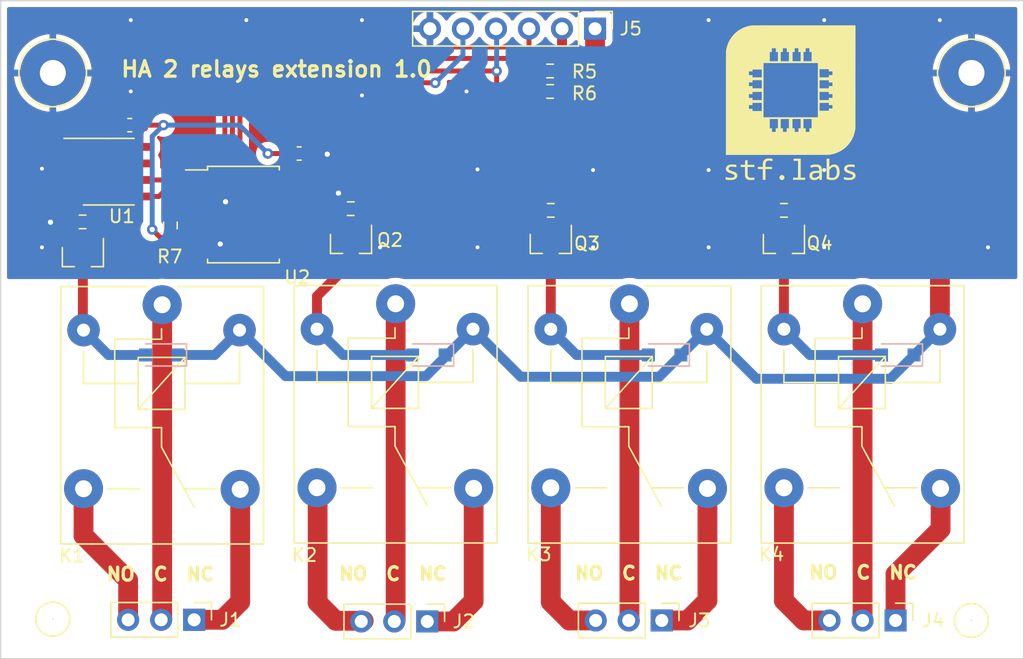
<source format=kicad_pcb>
(kicad_pcb (version 20221018) (generator pcbnew)
  (title_block (title "Four relays extension board") (date "2024-06-05") (rev "1.0") (company "stf.labs"))
  (layers (0 "F.Cu" signal) (31 "B.Cu" signal) (34 "B.Paste" user) (35 "F.Paste" user) (36 "B.SilkS" user "B.Silkscreen") (37 "F.SilkS" user "F.Silkscreen") (38 "B.Mask" user) (39 "F.Mask" user) (44 "Edge.Cuts" user))
  (net 0 "")
  (net 1 "Net-(Q2-G)")
  (net 2 "GND")
  (net 3 "Net-(D2-A)")
  (net 4 "Net-(Q1-G)")
  (net 5 "Net-(D1-A)")
  (net 6 "/I2C_SCL")
  (net 7 "/I2C_SDA")
  (net 8 "Net-(U2-A2)")
  (net 10 "/EXT_GPIO")
  (net 13 "Net-(Q4-G)")
  (net 14 "Net-(D4-A)")
  (net 18 "/WRITE_PROTECT")
  (net 19 "+3.3V")
  (net 23 "Net-(K1-C)")
  (net 24 "Net-(K1-NO)")
  (net 25 "Net-(K1-NC)")
  (net 26 "+12V")
  (net 27 "Net-(K2-C)")
  (net 28 "Net-(K2-NO)")
  (net 29 "Net-(K2-NC)")
  (net 30 "Net-(Q3-G)")
  (net 31 "Net-(D3-A)")
  (net 32 "Net-(K4-C)")
  (net 33 "Net-(K4-NO)")
  (net 34 "Net-(K4-NC)")
  (net 35 "Net-(K3-C)")
  (net 36 "Net-(K3-NO)")
  (net 37 "Net-(K3-NC)")
  (footprint "p_Package_Resistor_SMD:R_0603_1608Metric_Pad0.98x0.95mm_HandSolder" (layer "F.Cu") (at 115.0112 68.2244 -90)
    (fp_text reference "R7" (at 2.3876 0.0508) (layer "F.SilkS"))
    (fp_text value "10k" hide)
    (pad "1" smd roundrect (at -0.9125 0 270) (size 0.975 0.95) (layers "F.Cu" "F.Paste" "F.Mask") (net 8 "Net-(U2-A2)"))
    (pad "2" smd roundrect (at 0.9125 0 270) (size 0.975 0.95) (layers "F.Cu" "F.Paste" "F.Mask") (net 19 "+3.3V"))
  )
  (footprint "p_Package_Resistor_SMD:R_0603_1608Metric_Pad0.98x0.95mm_HandSolder" (layer "F.Cu") (at 144.2212 57.912 180)
    (fp_text reference "R6" (at -2.6435 -0.1524) (layer "F.SilkS"))
    (fp_text value "DNP" hide)
    (pad "1" smd roundrect (at -0.9125 0 180) (size 0.975 0.95) (layers "F.Cu" "F.Paste" "F.Mask") (net 19 "+3.3V"))
    (pad "2" smd roundrect (at 0.9125 0 180) (size 0.975 0.95) (layers "F.Cu" "F.Paste" "F.Mask") (net 7 "/I2C_SDA"))
  )
  (footprint "p_Package_Resistor_SMD:R_0603_1608Metric_Pad0.98x0.95mm_HandSolder" (layer "F.Cu") (at 144.2739 67.056 180)
    (fp_text reference "R3" hide)
    (fp_text value "1M" hide)
    (pad "1" smd roundrect (at -0.9125 0 180) (size 0.975 0.95) (layers "F.Cu" "F.Paste" "F.Mask") (net 30 "Net-(Q3-G)"))
    (pad "2" smd roundrect (at 0.9125 0 180) (size 0.975 0.95) (layers "F.Cu" "F.Paste" "F.Mask") (net 2 "GND"))
  )
  (footprint "p_Package_Resistor_SMD:R_0603_1608Metric_Pad0.98x0.95mm_HandSolder" (layer "F.Cu") (at 108.2567 67.945 180)
    (fp_text reference "R1" hide)
    (fp_text value "1M" hide)
    (pad "1" smd roundrect (at -0.9125 0 180) (size 0.975 0.95) (layers "F.Cu" "F.Paste" "F.Mask") (net 4 "Net-(Q1-G)"))
    (pad "2" smd roundrect (at 0.9125 0 180) (size 0.975 0.95) (layers "F.Cu" "F.Paste" "F.Mask") (net 2 "GND"))
  )
  (footprint "p_Package_Misc:Relay_SPDT_Type1" (layer "F.Cu") (at 150.322 74.25 -90)
    (fp_text reference "K3" (at 19.2728 6.9644 -180) (layer "F.SilkS"))
    (fp_text value "Relay SPDT_Type1" hide)
    (pad "1" thru_hole circle (at 0 0) (size 3 3) (drill 1.3) (layers "*.Cu" "*.Mask") (net 35 "Net-(K3-C)"))
    (pad "2" thru_hole circle (at 1.95 6.05) (size 2.5 2.5) (drill 1) (layers "*.Cu" "*.Mask") (net 31 "Net-(D3-A)"))
    (pad "3" thru_hole circle (at 14.15 6.05) (size 3 3) (drill 1.3) (layers "*.Cu" "*.Mask") (net 36 "Net-(K3-NO)"))
    (pad "4" thru_hole circle (at 14.2 -6) (size 3 3) (drill 1.3) (layers "*.Cu" "*.Mask") (net 37 "Net-(K3-NC)"))
    (pad "5" thru_hole circle (at 1.95 -5.95) (size 2.5 2.5) (drill 1) (layers "*.Cu" "*.Mask") (net 26 "+12V"))
  )
  (footprint "p_Package_Misc:Drill_hole_5mm" (layer "F.Cu") (at 176.6316 56.4896)
    (fp_text reference "H4" hide)
    (fp_text value "drill_hole_5mm" hide)
    (pad "1" thru_hole oval (at 0 0) (size 5 5) (drill 2) (layers "*.Cu" "*.Mask") (net 2 "GND"))
  )
  (footprint "p_Package_Misc:PinHeader_1x03_P2.54mm_Vertical" (layer "F.Cu") (at 134.7724 98.679 -90)
    (fp_text reference "J2" (at 0 -2.809) (layer "F.SilkS"))
    (fp_text value "Conn_HE13_1x3_2.54V" hide)
    (pad "1" thru_hole rect (at 0 0 270) (size 1.7 1.7) (drill 1) (layers "*.Cu" "*.Mask") (net 29 "Net-(K2-NC)"))
    (pad "2" thru_hole oval (at 0 2.54 270) (size 1.7 1.7) (drill 1) (layers "*.Cu" "*.Mask") (net 27 "Net-(K2-C)"))
    (pad "3" thru_hole oval (at 0 5.08 270) (size 1.7 1.7) (drill 1) (layers "*.Cu" "*.Mask") (net 28 "Net-(K2-NO)"))
  )
  (footprint "p_Package_SO:SOIC-8_3.9x4.9mm_P1.27mm" (layer "F.Cu") (at 110.2756 64.0842)
    (fp_text reference "U1" (at 1.0018 3.429) (layer "F.SilkS"))
    (fp_text value "AT24C16D-SS" hide)
    (pad "1" smd roundrect (at -2.475 -1.905) (size 1.95 0.6) (layers "F.Cu" "F.Paste" "F.Mask"))
    (pad "2" smd roundrect (at -2.475 -0.635) (size 1.95 0.6) (layers "F.Cu" "F.Paste" "F.Mask"))
    (pad "3" smd roundrect (at -2.475 0.635) (size 1.95 0.6) (layers "F.Cu" "F.Paste" "F.Mask"))
    (pad "4" smd roundrect (at -2.475 1.905) (size 1.95 0.6) (layers "F.Cu" "F.Paste" "F.Mask") (net 2 "GND"))
    (pad "5" smd roundrect (at 2.475 1.905) (size 1.95 0.6) (layers "F.Cu" "F.Paste" "F.Mask") (net 7 "/I2C_SDA"))
    (pad "6" smd roundrect (at 2.475 0.635) (size 1.95 0.6) (layers "F.Cu" "F.Paste" "F.Mask") (net 6 "/I2C_SCL"))
    (pad "7" smd roundrect (at 2.475 -0.635) (size 1.95 0.6) (layers "F.Cu" "F.Paste" "F.Mask") (net 18 "/WRITE_PROTECT"))
    (pad "8" smd roundrect (at 2.475 -1.905) (size 1.95 0.6) (layers "F.Cu" "F.Paste" "F.Mask") (net 19 "+3.3V"))
  )
  (footprint "p_Package_Misc:Relay_SPDT_Type1" (layer "F.Cu") (at 114.381 74.319 -90)
    (fp_text reference "K1" (at 19.3054 6.939) (layer "F.SilkS"))
    (fp_text value "Relay SPDT_Type1" hide)
    (pad "1" thru_hole circle (at 0 0) (size 3 3) (drill 1.3) (layers "*.Cu" "*.Mask") (net 23 "Net-(K1-C)"))
    (pad "2" thru_hole circle (at 1.95 6.05) (size 2.5 2.5) (drill 1) (layers "*.Cu" "*.Mask") (net 5 "Net-(D1-A)"))
    (pad "3" thru_hole circle (at 14.15 6.05) (size 3 3) (drill 1.3) (layers "*.Cu" "*.Mask") (net 24 "Net-(K1-NO)"))
    (pad "4" thru_hole circle (at 14.2 -6) (size 3 3) (drill 1.3) (layers "*.Cu" "*.Mask") (net 25 "Net-(K1-NC)"))
    (pad "5" thru_hole circle (at 1.95 -5.95) (size 2.5 2.5) (drill 1) (layers "*.Cu" "*.Mask") (net 26 "+12V"))
  )
  (footprint "p_Package_Capacitor_SMD:C_0603_1608Metric_Pad1.08x0.95mm_HandSolder" (layer "F.Cu") (at 124.9183 62.6872)
    (fp_text reference "C2" hide)
    (fp_text value "100n" hide)
    (pad "1" smd roundrect (at -0.8625 0) (size 1.075 0.95) (layers "F.Cu" "F.Paste" "F.Mask") (net 19 "+3.3V"))
    (pad "2" smd roundrect (at 0.8625 0) (size 1.075 0.95) (layers "F.Cu" "F.Paste" "F.Mask") (net 2 "GND"))
  )
  (footprint "p_Package_Misc:Relay_SPDT_Type1" (layer "F.Cu") (at 168.2544 74.25 -90)
    (fp_text reference "K4" (at 19.2728 7.0152 -180) (layer "F.SilkS"))
    (fp_text value "Relay SPDT_Type1" hide)
    (pad "1" thru_hole circle (at 0 0) (size 3 3) (drill 1.3) (layers "*.Cu" "*.Mask") (net 32 "Net-(K4-C)"))
    (pad "2" thru_hole circle (at 1.95 6.05) (size 2.5 2.5) (drill 1) (layers "*.Cu" "*.Mask") (net 14 "Net-(D4-A)"))
    (pad "3" thru_hole circle (at 14.15 6.05) (size 3 3) (drill 1.3) (layers "*.Cu" "*.Mask") (net 33 "Net-(K4-NO)"))
    (pad "4" thru_hole circle (at 14.2 -6) (size 3 3) (drill 1.3) (layers "*.Cu" "*.Mask") (net 34 "Net-(K4-NC)"))
    (pad "5" thru_hole circle (at 1.95 -5.95) (size 2.5 2.5) (drill 1) (layers "*.Cu" "*.Mask") (net 26 "+12V"))
  )
  (footprint "p_Package_SOT:SOT-23" (layer "F.Cu") (at 108.2802 70.628 -90)
    (fp_text reference "Q1" hide)
    (fp_text value "BSS138LT3G" hide)
    (pad "1" smd rect (at -1 -0.95 270) (size 0.9 0.8) (layers "F.Cu" "F.Paste" "F.Mask") (net 4 "Net-(Q1-G)"))
    (pad "2" smd rect (at -1 0.95 270) (size 0.9 0.8) (layers "F.Cu" "F.Paste" "F.Mask") (net 2 "GND"))
    (pad "3" smd rect (at 1 0 270) (size 0.9 0.8) (layers "F.Cu" "F.Paste" "F.Mask") (net 5 "Net-(D1-A)"))
  )
  (footprint "p_Package_Capacitor_SMD:C_0603_1608Metric_Pad1.08x0.95mm_HandSolder" (layer "F.Cu") (at 111.8859 60.5028 180)
    (fp_text reference "C1" hide)
    (fp_text value "100n" hide)
    (pad "1" smd roundrect (at -0.8625 0 180) (size 1.075 0.95) (layers "F.Cu" "F.Paste" "F.Mask") (net 19 "+3.3V"))
    (pad "2" smd roundrect (at 0.8625 0 180) (size 1.075 0.95) (layers "F.Cu" "F.Paste" "F.Mask") (net 2 "GND"))
  )
  (footprint "p_Package_Misc:Drill_hole_2mm_nocu" (layer "F.Cu") (at 105.9688 98.5012)
    (fp_text reference "H1" hide)
    (fp_text value "drill_hole_2mm_nocu" hide)
    (pad "1" thru_hole oval (at 0 0) (size 0.1 0.1) (drill 2) (layers "*.Cu" "*.Mask"))
  )
  (footprint "p_Package_SOT:SOT-23" (layer "F.Cu") (at 144.272 69.612 -90)
    (fp_text reference "Q3" (at 0 -2.794 -180) (layer "F.SilkS"))
    (fp_text value "BSS138LT3G" hide)
    (pad "1" smd rect (at -1 -0.95 270) (size 0.9 0.8) (layers "F.Cu" "F.Paste" "F.Mask") (net 30 "Net-(Q3-G)"))
    (pad "2" smd rect (at -1 0.95 270) (size 0.9 0.8) (layers "F.Cu" "F.Paste" "F.Mask") (net 2 "GND"))
    (pad "3" smd rect (at 1 0 270) (size 0.9 0.8) (layers "F.Cu" "F.Paste" "F.Mask") (net 31 "Net-(D3-A)"))
  )
  (footprint "p_Package_Misc:PinHeader_1x06_P2.54mm_Vertical" (layer "F.Cu") (at 147.6756 53.086 -90)
    (fp_text reference "J5" (at 0 -2.7432 -180) (layer "F.SilkS"))
    (fp_text value "Conn_HE13_1x6_2.54V" hide)
    (pad "1" thru_hole rect (at 0 0 270) (size 1.7 1.7) (drill 1) (layers "*.Cu" "*.Mask") (net 26 "+12V"))
    (pad "2" thru_hole oval (at 0 2.54 270) (size 1.7 1.7) (drill 1) (layers "*.Cu" "*.Mask") (net 19 "+3.3V"))
    (pad "3" thru_hole oval (at 0 5.08 270) (size 1.7 1.7) (drill 1) (layers "*.Cu" "*.Mask") (net 6 "/I2C_SCL"))
    (pad "4" thru_hole oval (at 0 7.62 270) (size 1.7 1.7) (drill 1) (layers "*.Cu" "*.Mask") (net 7 "/I2C_SDA"))
    (pad "5" thru_hole oval (at 0 10.16 270) (size 1.7 1.7) (drill 1) (layers "*.Cu" "*.Mask") (net 10 "/EXT_GPIO"))
    (pad "6" thru_hole oval (at 0 12.7 270) (size 1.7 1.7) (drill 1) (layers "*.Cu" "*.Mask") (net 2 "GND"))
  )
  (footprint "p_Package_Misc:Relay_SPDT_Type1" (layer "F.Cu") (at 132.3388 74.242 -90)
    (fp_text reference "K2" (at 19.3316 7.0152) (layer "F.SilkS"))
    (fp_text value "Relay SPDT_Type1" hide)
    (pad "1" thru_hole circle (at 0 0) (size 3 3) (drill 1.3) (layers "*.Cu" "*.Mask") (net 27 "Net-(K2-C)"))
    (pad "2" thru_hole circle (at 1.95 6.05) (size 2.5 2.5) (drill 1) (layers "*.Cu" "*.Mask") (net 3 "Net-(D2-A)"))
    (pad "3" thru_hole circle (at 14.15 6.05) (size 3 3) (drill 1.3) (layers "*.Cu" "*.Mask") (net 28 "Net-(K2-NO)"))
    (pad "4" thru_hole circle (at 14.2 -6) (size 3 3) (drill 1.3) (layers "*.Cu" "*.Mask") (net 29 "Net-(K2-NC)"))
    (pad "5" thru_hole circle (at 1.95 -5.95) (size 2.5 2.5) (drill 1) (layers "*.Cu" "*.Mask") (net 26 "+12V"))
  )
  (footprint "p_Package_Misc:Drill_hole_2mm_nocu" (layer "F.Cu") (at 176.6316 98.6028)
    (fp_text reference "H2" hide)
    (fp_text value "drill_hole_2mm_nocu" hide)
    (pad "1" thru_hole oval (at 0 0) (size 0.1 0.1) (drill 2) (layers "*.Cu" "*.Mask"))
  )
  (footprint "p_Package_SO:SSOP-20_5.3x7.2mm_P0.65mm" (layer "F.Cu") (at 120.6298 67.3822)
    (fp_text reference "U2" (at 4.135 4.83) (layer "F.SilkS"))
    (fp_text value "MCP23008-SS" hide)
    (pad "1" smd roundrect (at -3.5 -2.925) (size 1.9 0.5) (layers "F.Cu" "F.Paste" "F.Mask") (net 6 "/I2C_SCL"))
    (pad "2" smd roundrect (at -3.5 -2.275) (size 1.9 0.5) (layers "F.Cu" "F.Paste" "F.Mask") (net 7 "/I2C_SDA"))
    (pad "3" smd roundrect (at -3.5 -1.625) (size 1.9 0.5) (layers "F.Cu" "F.Paste" "F.Mask") (net 8 "Net-(U2-A2)"))
    (pad "4" smd roundrect (at -3.5 -0.975) (size 1.9 0.5) (layers "F.Cu" "F.Paste" "F.Mask") (net 2 "GND"))
    (pad "5" smd roundrect (at -3.5 -0.325) (size 1.9 0.5) (layers "F.Cu" "F.Paste" "F.Mask") (net 2 "GND"))
    (pad "6" smd roundrect (at -3.5 0.325) (size 1.9 0.5) (layers "F.Cu" "F.Paste" "F.Mask") (net 8 "Net-(U2-A2)"))
    (pad "7" smd roundrect (at -3.5 0.975) (size 1.9 0.5) (layers "F.Cu" "F.Paste" "F.Mask"))
    (pad "8" smd roundrect (at -3.5 1.625) (size 1.9 0.5) (layers "F.Cu" "F.Paste" "F.Mask") (net 10 "/EXT_GPIO"))
    (pad "9" smd roundrect (at -3.5 2.275) (size 1.9 0.5) (layers "F.Cu" "F.Paste" "F.Mask") (net 2 "GND"))
    (pad "10" smd roundrect (at -3.5 2.925) (size 1.9 0.5) (layers "F.Cu" "F.Paste" "F.Mask"))
    (pad "11" smd roundrect (at 3.5 2.925) (size 1.9 0.5) (layers "F.Cu" "F.Paste" "F.Mask"))
    (pad "12" smd roundrect (at 3.5 2.275) (size 1.9 0.5) (layers "F.Cu" "F.Paste" "F.Mask") (net 4 "Net-(Q1-G)"))
    (pad "13" smd roundrect (at 3.5 1.625) (size 1.9 0.5) (layers "F.Cu" "F.Paste" "F.Mask") (net 1 "Net-(Q2-G)"))
    (pad "14" smd roundrect (at 3.5 0.975) (size 1.9 0.5) (layers "F.Cu" "F.Paste" "F.Mask") (net 30 "Net-(Q3-G)"))
    (pad "15" smd roundrect (at 3.5 0.325) (size 1.9 0.5) (layers "F.Cu" "F.Paste" "F.Mask") (net 13 "Net-(Q4-G)"))
    (pad "16" smd roundrect (at 3.5 -0.325) (size 1.9 0.5) (layers "F.Cu" "F.Paste" "F.Mask"))
    (pad "17" smd roundrect (at 3.5 -0.975) (size 1.9 0.5) (layers "F.Cu" "F.Paste" "F.Mask"))
    (pad "18" smd roundrect (at 3.5 -1.625) (size 1.9 0.5) (layers "F.Cu" "F.Paste" "F.Mask"))
    (pad "19" smd roundrect (at 3.5 -2.275) (size 1.9 0.5) (layers "F.Cu" "F.Paste" "F.Mask") (net 18 "/WRITE_PROTECT"))
    (pad "20" smd roundrect (at 3.5 -2.925) (size 1.9 0.5) (layers "F.Cu" "F.Paste" "F.Mask") (net 19 "+3.3V"))
  )
  (footprint "p_Package_Misc:PinHeader_1x03_P2.54mm_Vertical" (layer "F.Cu") (at 116.84 98.552 -90)
    (fp_text reference "J1" (at 0 -2.794 -180) (layer "F.SilkS"))
    (fp_text value "Conn_HE13_1x3_2.54V" hide)
    (pad "1" thru_hole rect (at 0 0 270) (size 1.7 1.7) (drill 1) (layers "*.Cu" "*.Mask") (net 25 "Net-(K1-NC)"))
    (pad "2" thru_hole oval (at 0 2.54 270) (size 1.7 1.7) (drill 1) (layers "*.Cu" "*.Mask") (net 23 "Net-(K1-C)"))
    (pad "3" thru_hole oval (at 0 5.08 270) (size 1.7 1.7) (drill 1) (layers "*.Cu" "*.Mask") (net 24 "Net-(K1-NO)"))
  )
  (footprint "p_Package_Resistor_SMD:R_0603_1608Metric_Pad0.98x0.95mm_HandSolder" (layer "F.Cu") (at 128.8815 66.929 180)
    (fp_text reference "R2" hide)
    (fp_text value "1M" hide)
    (pad "1" smd roundrect (at -0.9125 0 180) (size 0.975 0.95) (layers "F.Cu" "F.Paste" "F.Mask") (net 1 "Net-(Q2-G)"))
    (pad "2" smd roundrect (at 0.9125 0 180) (size 0.975 0.95) (layers "F.Cu" "F.Paste" "F.Mask") (net 2 "GND"))
  )
  (footprint "p_Package_Misc:PinHeader_1x03_P2.54mm_Vertical" (layer "F.Cu") (at 170.7896 98.6028 -90)
    (fp_text reference "J4" (at 0 -2.8956 -180) (layer "F.SilkS"))
    (fp_text value "Conn_HE13_1x3_2.54V" hide)
    (pad "1" thru_hole rect (at 0 0 270) (size 1.7 1.7) (drill 1) (layers "*.Cu" "*.Mask") (net 34 "Net-(K4-NC)"))
    (pad "2" thru_hole oval (at 0 2.54 270) (size 1.7 1.7) (drill 1) (layers "*.Cu" "*.Mask") (net 32 "Net-(K4-C)"))
    (pad "3" thru_hole oval (at 0 5.08 270) (size 1.7 1.7) (drill 1) (layers "*.Cu" "*.Mask") (net 33 "Net-(K4-NO)"))
  )
  (footprint "p_Package_SOT:SOT-23" (layer "F.Cu") (at 128.905 69.612 -90)
    (fp_text reference "Q2" (at -0.27 -2.9972 -180) (layer "F.SilkS"))
    (fp_text value "BSS138LT3G" hide)
    (pad "1" smd rect (at -1 -0.95 270) (size 0.9 0.8) (layers "F.Cu" "F.Paste" "F.Mask") (net 1 "Net-(Q2-G)"))
    (pad "2" smd rect (at -1 0.95 270) (size 0.9 0.8) (layers "F.Cu" "F.Paste" "F.Mask") (net 2 "GND"))
    (pad "3" smd rect (at 1 0 270) (size 0.9 0.8) (layers "F.Cu" "F.Paste" "F.Mask") (net 3 "Net-(D2-A)"))
  )
  (footprint "p_Package_Misc:Drill_hole_5mm" (layer "F.Cu") (at 105.9688 56.4896)
    (fp_text reference "H3" hide)
    (fp_text value "drill_hole_5mm" hide)
    (pad "1" thru_hole oval (at 0 0) (size 5 5) (drill 2) (layers "*.Cu" "*.Mask") (net 2 "GND"))
  )
  (footprint "p_Package_Misc:PinHeader_1x03_P2.54mm_Vertical" (layer "F.Cu") (at 152.8064 98.6028 -90)
    (fp_text reference "J3" (at 0 -2.8956) (layer "F.SilkS"))
    (fp_text value "Conn_HE13_1x3_2.54V" hide)
    (pad "1" thru_hole rect (at 0 0 270) (size 1.7 1.7) (drill 1) (layers "*.Cu" "*.Mask") (net 37 "Net-(K3-NC)"))
    (pad "2" thru_hole oval (at 0 2.54 270) (size 1.7 1.7) (drill 1) (layers "*.Cu" "*.Mask") (net 35 "Net-(K3-C)"))
    (pad "3" thru_hole oval (at 0 5.08 270) (size 1.7 1.7) (drill 1) (layers "*.Cu" "*.Mask") (net 36 "Net-(K3-NO)"))
  )
  (footprint "p_Package_SOT:SOT-23" (layer "F.Cu") (at 162.2044 69.612 -90)
    (fp_text reference "Q4" (at -0.016 -2.7432 -180) (layer "F.SilkS"))
    (fp_text value "BSS138LT3G" hide)
    (pad "1" smd rect (at -1 -0.95 270) (size 0.9 0.8) (layers "F.Cu" "F.Paste" "F.Mask") (net 13 "Net-(Q4-G)"))
    (pad "2" smd rect (at -1 0.95 270) (size 0.9 0.8) (layers "F.Cu" "F.Paste" "F.Mask") (net 2 "GND"))
    (pad "3" smd rect (at 1 0 270) (size 0.9 0.8) (layers "F.Cu" "F.Paste" "F.Mask") (net 14 "Net-(D4-A)"))
  )
  (footprint "p_Logo:stf_labs_10mm" (layer "F.Cu") (at 162.7124 58.7756)
    (fp_text reference "G1" hide)
    (fp_text value "LOGO" hide)
  )
  (footprint "p_Package_Resistor_SMD:R_0603_1608Metric_Pad0.98x0.95mm_HandSolder" (layer "F.Cu") (at 144.2193 56.3372 180)
    (fp_text reference "R5" (at -2.6435 -0.0508 180) (layer "F.SilkS"))
    (fp_text value "DNP" hide)
    (pad "1" smd roundrect (at -0.9125 0 180) (size 0.975 0.95) (layers "F.Cu" "F.Paste" "F.Mask") (net 19 "+3.3V"))
    (pad "2" smd roundrect (at 0.9125 0 180) (size 0.975 0.95) (layers "F.Cu" "F.Paste" "F.Mask") (net 6 "/I2C_SCL"))
  )
  (footprint "p_Package_Resistor_SMD:R_0603_1608Metric_Pad0.98x0.95mm_HandSolder" (layer "F.Cu") (at 162.2063 67.056 180)
    (fp_text reference "R4" hide)
    (fp_text value "1M" hide)
    (pad "1" smd roundrect (at -0.9125 0 180) (size 0.975 0.95) (layers "F.Cu" "F.Paste" "F.Mask") (net 13 "Net-(Q4-G)"))
    (pad "2" smd roundrect (at 0.9125 0 180) (size 0.975 0.95) (layers "F.Cu" "F.Paste" "F.Mask") (net 2 "GND"))
  )
  (footprint "p_Package_Diode_SMD:D_SOD-323_HandSoldering" (layer "B.Cu") (at 114.3562 78.1812 180)
    (fp_text reference "D1" hide)
    (fp_text value "1N4148WS" hide)
    (pad "1" smd rect (at -1.25 0 180) (size 1 1) (layers "B.Cu" "B.Paste" "B.Mask") (net 26 "+12V"))
    (pad "2" smd rect (at 1.25 0 180) (size 1 1) (layers "B.Cu" "B.Paste" "B.Mask") (net 5 "Net-(D1-A)"))
  )
  (footprint "p_Package_Diode_SMD:D_SOD-323_HandSoldering" (layer "B.Cu") (at 153.0296 78.1812 180)
    (fp_text reference "D3" hide)
    (fp_text value "1N4148WS" hide)
    (pad "1" smd rect (at -1.25 0 180) (size 1 1) (layers "B.Cu" "B.Paste" "B.Mask") (net 26 "+12V"))
    (pad "2" smd rect (at 1.25 0 180) (size 1 1) (layers "B.Cu" "B.Paste" "B.Mask") (net 31 "Net-(D3-A)"))
  )
  (footprint "p_Package_Diode_SMD:D_SOD-323_HandSoldering" (layer "B.Cu") (at 170.962 78.1812 180)
    (fp_text reference "D4" hide)
    (fp_text value "1N4148WS" hide)
    (pad "1" smd rect (at -1.25 0 180) (size 1 1) (layers "B.Cu" "B.Paste" "B.Mask") (net 26 "+12V"))
    (pad "2" smd rect (at 1.25 0 180) (size 1 1) (layers "B.Cu" "B.Paste" "B.Mask") (net 14 "Net-(D4-A)"))
  )
  (footprint "p_Package_Diode_SMD:D_SOD-323_HandSoldering" (layer "B.Cu") (at 134.894 78.1812 180)
    (fp_text reference "D2" hide)
    (fp_text value "1N4148WS" hide)
    (pad "1" smd rect (at -1.25 0 180) (size 1 1) (layers "B.Cu" "B.Paste" "B.Mask") (net 26 "+12V"))
    (pad "2" smd rect (at 1.25 0 180) (size 1 1) (layers "B.Cu" "B.Paste" "B.Mask") (net 3 "Net-(D2-A)"))
  )
  (gr_rect (start 101.9556 50.927) (end 180.6448 101.5492) (stroke (width 0.1)) (fill none) (layer "Edge.Cuts"))
  (gr_text "HA 2 relays extension 1.0" (at 111.0996 56.896) (layer "F.SilkS") (effects (font (size 1.2 1.2) (thickness 0.25) bold) (justify left bottom)))
  (gr_text "NO  C  NC\n" (at 109.982 95.631) (layer "F.SilkS") (effects (font (size 1 1) (thickness 0.25) bold) (justify left bottom)))
  (gr_text "NO  C  NC\n" (at 127.8636 95.6056) (layer "F.SilkS") (effects (font (size 1 1) (thickness 0.25) bold) (justify left bottom)))
  (gr_text "NO  C  NC\n" (at 164.0332 95.504) (layer "F.SilkS") (effects (font (size 1 1) (thickness 0.25) bold) (justify left bottom)))
  (gr_text "NO  C  NC\n" (at 145.9992 95.5548) (layer "F.SilkS") (effects (font (size 1 1) (thickness 0.25) bold) (justify left bottom)))
  (segment (start 126.7968 65.4812) (end 127.3556 64.9224) (width 0.381) (layer "F.Cu") (net 1))
  (segment (start 124.1298 69.0072) (end 125.7854 69.0072) (width 0.381) (layer "F.Cu") (net 1))
  (segment (start 129.794 66.929) (end 129.794 68.551) (width 0.762) (layer "F.Cu") (net 1))
  (segment (start 126.7968 67.9958) (end 126.7968 65.4812) (width 0.381) (layer "F.Cu") (net 1))
  (segment (start 129.2352 64.9224) (end 129.794 65.4812) (width 0.381) (layer "F.Cu") (net 1))
  (segment (start 127.3556 64.9224) (end 129.2352 64.9224) (width 0.381) (layer "F.Cu") (net 1))
  (segment (start 129.794 68.551) (end 129.855 68.612) (width 0.762) (layer "F.Cu") (net 1))
  (segment (start 125.7854 69.0072) (end 126.7968 67.9958) (width 0.381) (layer "F.Cu") (net 1))
  (segment (start 129.794 65.4812) (end 129.794 66.929) (width 0.381) (layer "F.Cu") (net 1))
  (segment (start 107.3442 69.614) (end 107.3302 69.628) (width 0.762) (layer "F.Cu") (net 2))
  (segment (start 127.969 68.598) (end 127.955 68.612) (width 0.762) (layer "F.Cu") (net 2))
  (segment (start 105.8164 67.945) (end 105.791 67.9704) (width 0.381) (layer "F.Cu") (net 2))
  (segment (start 118.5914 67.0572) (end 119.253 66.3956) (width 0.381) (layer "F.Cu") (net 2))
  (segment (start 117.1298 67.0572) (end 118.5914 67.0572) (width 0.381) (layer "F.Cu") (net 2))
  (segment (start 125.7808 62.6872) (end 127.0254 62.6872) (width 0.381) (layer "F.Cu") (net 2))
  (segment (start 107.3442 67.945) (end 105.8164 67.945) (width 0.762) (layer "F.Cu") (net 2))
  (segment (start 127.0254 62.6872) (end 127.0762 62.738) (width 0.381) (layer "F.Cu") (net 2))
  (segment (start 107.3442 66.4456) (end 107.8006 65.9892) (width 0.381) (layer "F.Cu") (net 2))
  (segment (start 127.969 66.929) (end 127.969 68.598) (width 0.762) (layer "F.Cu") (net 2))
  (segment (start 127.969 65.7644) (end 127.9398 65.7352) (width 0.762) (layer "F.Cu") (net 2))
  (segment (start 127.969 66.929) (end 127.969 65.7644) (width 0.762) (layer "F.Cu") (net 2))
  (segment (start 117.1298 69.6572) (end 118.8362 69.6572) (width 0.381) (layer "F.Cu") (net 2))
  (segment (start 107.3442 67.945) (end 107.3442 69.614) (width 0.762) (layer "F.Cu") (net 2))
  (segment (start 118.8362 69.6572) (end 118.8466 69.6468) (width 0.381) (layer "F.Cu") (net 2))
  (segment (start 107.3442 67.945) (end 107.3442 66.4456) (width 0.381) (layer "F.Cu") (net 2))
  (via (at 127.0762 62.738) (size 0.8) (drill 0.4) (layers "F.Cu" "B.Cu") (net 2))
  (via (at 147.5232 63.9572) (size 0.6) (drill 0.3) (layers "F.Cu" "B.Cu") (net 2))
  (via (at 120.8532 52.4256) (size 0.6) (drill 0.3) (layers "F.Cu" "B.Cu") (net 2))
  (via (at 118.8466 69.6468) (size 0.8) (drill 0.4) (layers "F.Cu" "B.Cu") (net 2))
  (via (at 129.7432 58.2168) (size 0.6) (drill 0.3) (layers "F.Cu" "B.Cu") (net 2))
  (via (at 105.791 67.9704) (size 0.8) (drill 0.4) (layers "F.Cu" "B.Cu") (net 2))
  (via (at 147.5232 69.9008) (size 0.6) (drill 0.3) (layers "F.Cu" "B.Cu") (net 2))
  (via (at 137.795 57.912) (size 0.6) (drill 0.3) (layers "F.Cu" "B.Cu") (net 2))
  (via (at 119.253 66.3956) (size 0.8) (drill 0.4) (layers "F.Cu" "B.Cu") (net 2))
  (via (at 129.7432 52.4256) (size 0.6) (drill 0.3) (layers "F.Cu" "B.Cu") (net 2))
  (via (at 127.9398 65.7352) (size 0.8) (drill 0.4) (layers "F.Cu" "B.Cu") (net 2))
  (via (at 105.1306 69.9008) (size 0.6) (drill 0.3) (layers "F.Cu" "B.Cu") (net 2))
  (via (at 156.4132 69.9008) (size 0.6) (drill 0.3) (layers "F.Cu" "B.Cu") (net 2))
  (via (at 174.1932 52.4256) (size 0.6) (drill 0.3) (layers "F.Cu" "B.Cu") (net 2))
  (via (at 165.3032 69.9008) (size 0.6) (drill 0.3) (layers "F.Cu" "B.Cu") (net 2))
  (via (at 177.9016 69.9008) (size 0.6) (drill 0.3) (layers "F.Cu" "B.Cu") (net 2))
  (via (at 165.3032 63.9572) (size 0.6) (drill 0.3) (layers "F.Cu" "B.Cu") (net 2))
  (via (at 138.6332 69.9008) (size 0.6) (drill 0.3) (layers "F.Cu" "B.Cu") (net 2))
  (via (at 111.9632 52.4256) (size 0.6) (drill 0.3) (layers "F.Cu" "B.Cu") (net 2))
  (via (at 131.1402 69.9008) (size 0.6) (drill 0.3) (layers "F.Cu" "B.Cu") (net 2))
  (via (at 156.4132 52.4256) (size 0.6) (drill 0.3) (layers "F.Cu" "B.Cu") (net 2))
  (via (at 138.6332 63.9064) (size 0.6) (drill 0.3) (layers "F.Cu" "B.Cu") (net 2))
  (via (at 105.1306 63.8556) (size 0.6) (drill 0.3) (layers "F.Cu" "B.Cu") (net 2))
  (via (at 156.4132 63.9572) (size 0.6) (drill 0.3) (layers "F.Cu" "B.Cu") (net 2))
  (via (at 111.9632 57.912) (size 0.6) (drill 0.3) (layers "F.Cu" "B.Cu") (net 2))
  (via (at 165.3032 52.4256) (size 0.6) (drill 0.3) (layers "F.Cu" "B.Cu") (net 2))
  (segment (start 128.905 71.0438) (end 128.905 70.612) (width 0.762) (layer "F.Cu") (net 3))
  (segment (start 126.2888 76.192) (end 126.2888 73.66) (width 0.762) (layer "F.Cu") (net 3))
  (segment (start 126.2888 73.66) (end 128.905 71.0438) (width 0.762) (layer "F.Cu") (net 3))
  (segment (start 133.644 78.1812) (end 128.278 78.1812) (width 0.762) (layer "B.Cu") (net 3))
  (segment (start 128.278 78.1812) (end 126.2888 76.192) (width 0.762) (layer "B.Cu") (net 3))
  (segment (start 109.1692 69.567) (end 109.2302 69.628) (width 0.381) (layer "F.Cu") (net 4))
  (segment (start 112.2106 69.628) (end 114.1437 71.5611) (width 0.381) (layer "F.Cu") (net 4))
  (segment (start 109.1692 67.945) (end 109.1692 69.567) (width 0.381) (layer "F.Cu") (net 4))
  (segment (start 126.1618 71.12) (end 126.1618 70.104) (width 0.381) (layer "F.Cu") (net 4))
  (segment (start 125.715 69.6572) (end 124.1298 69.6572) (width 0.381) (layer "F.Cu") (net 4))
  (segment (start 109.2302 69.628) (end 112.2106 69.628) (width 0.381) (layer "F.Cu") (net 4))
  (segment (start 115.697 71.5486) (end 125.7332 71.5486) (width 0.381) (layer "F.Cu") (net 4))
  (segment (start 126.1618 70.104) (end 125.715 69.6572) (width 0.381) (layer "F.Cu") (net 4))
  (segment (start 115.6845 71.5611) (end 115.697 71.5486) (width 0.381) (layer "F.Cu") (net 4))
  (segment (start 125.7332 71.5486) (end 126.1618 71.12) (width 0.381) (layer "F.Cu") (net 4))
  (segment (start 114.1437 71.5611) (end 115.6845 71.5611) (width 0.381) (layer "F.Cu") (net 4))
  (segment (start 108.2802 76.2182) (end 108.331 76.269) (width 0.762) (layer "F.Cu") (net 5))
  (segment (start 108.2802 71.628) (end 108.2802 76.2182) (width 0.762) (layer "F.Cu") (net 5))
  (segment (start 110.2432 78.1812) (end 108.331 76.269) (width 0.762) (layer "B.Cu") (net 5))
  (segment (start 113.1062 78.1812) (end 110.2432 78.1812) (width 0.762) (layer "B.Cu") (net 5))
  (segment (start 119.2022 58.1152) (end 121.9454 55.372) (width 0.381) (layer "F.Cu") (net 6))
  (segment (start 119.2022 63.6524) (end 119.2022 58.1152) (width 0.381) (layer "F.Cu") (net 6))
  (segment (start 121.9454 55.372) (end 142.5956 55.372) (width 0.381) (layer "F.Cu") (net 6))
  (segment (start 142.5956 54.4576) (end 142.5956 55.372) (width 0.381) (layer "F.Cu") (net 6))
  (segment (start 118.3974 64.4572) (end 119.2022 63.6524) (width 0.381) (layer "F.Cu") (net 6))
  (segment (start 114.7318 64.4572) (end 117.1298 64.4572) (width 0.381) (layer "F.Cu") (net 6))
  (segment (start 114.4698 64.7192) (end 114.7318 64.4572) (width 0.381) (layer "F.Cu") (net 6))
  (segment (start 117.1298 64.4572) (end 118.3974 64.4572) (width 0.381) (layer "F.Cu") (net 6))
  (segment (start 142.5956 55.372) (end 142.5956 55.6768) (width 0.381) (layer "F.Cu") (net 6))
  (segment (start 112.7506 64.7192) (end 114.4698 64.7192) (width 0.381) (layer "F.Cu") (net 6))
  (segment (start 142.5956 54.4576) (end 142.5956 53.086) (width 0.381) (layer "F.Cu") (net 6))
  (segment (start 143.3068 56.3372) (end 142.5956 55.626) (width 0.381) (layer "F.Cu") (net 6))
  (segment (start 115.0042 65.1072) (end 114.1222 65.9892) (width 0.381) (layer "F.Cu") (net 7))
  (segment (start 140.1064 57.2516) (end 140.1064 56.3372) (width 0.381) (layer "F.Cu") (net 7))
  (segment (start 140.7668 57.912) (end 140.1064 57.2516) (width 0.381) (layer "F.Cu") (net 7))
  (segment (start 122.0978 56.3372) (end 136.4996 56.3372) (width 0.381) (layer "F.Cu") (net 7))
  (segment (start 119.7832 63.893058) (end 119.7832 58.6518) (width 0.381) (layer "F.Cu") (net 7))
  (segment (start 117.1298 65.1072) (end 115.0042 65.1072) (width 0.381) (layer "F.Cu") (net 7))
  (segment (start 143.3087 57.912) (end 140.7668 57.912) (width 0.381) (layer "F.Cu") (net 7))
  (segment (start 117.1298 65.1072) (end 118.569058 65.1072) (width 0.381) (layer "F.Cu") (net 7))
  (segment (start 136.4996 56.3372) (end 140.1064 56.3372) (width 0.381) (layer "F.Cu") (net 7))
  (segment (start 121.5517 56.8833) (end 122.0978 56.3372) (width 0.381) (layer "F.Cu") (net 7))
  (segment (start 119.7832 58.6518) (end 121.5517 56.8833) (width 0.381) (layer "F.Cu") (net 7))
  (segment (start 118.569058 65.1072) (end 119.7832 63.893058) (width 0.381) (layer "F.Cu") (net 7))
  (segment (start 114.1222 65.9892) (end 112.7506 65.9892) (width 0.381) (layer "F.Cu") (net 7))
  (via (at 140.1064 56.3372) (size 0.8) (drill 0.4) (layers "F.Cu" "B.Cu") (net 7))
  (segment (start 140.1064 53.1368) (end 140.0556 53.086) (width 0.381) (layer "B.Cu") (net 7))
  (segment (start 140.1064 56.3372) (end 140.1064 53.1368) (width 0.381) (layer "B.Cu") (net 7))
  (segment (start 114.9708 66.1162) (end 115.3298 65.7572) (width 0.381) (layer "F.Cu") (net 8))
  (segment (start 114.9708 67.2442) (end 115.4338 67.7072) (width 0.381) (layer "F.Cu") (net 8))
  (segment (start 115.3298 65.7572) (end 117.1298 65.7572) (width 0.381) (layer "F.Cu") (net 8))
  (segment (start 114.9708 66.1162) (end 114.9708 67.2442) (width 0.381) (layer "F.Cu") (net 8))
  (segment (start 115.4338 67.7072) (end 117.1298 67.7072) (width 0.381) (layer "F.Cu") (net 8))
  (segment (start 120.3642 66.80529) (end 120.3642 62.5348) (width 0.381) (layer "F.Cu") (net 10))
  (segment (start 135.3719 57.2415) (end 135.382 57.2516) (width 0.381) (layer "F.Cu") (net 10))
  (segment (start 120.3642 59.2392) (end 121.4501 58.1533) (width 0.381) (layer "F.Cu") (net 10))
  (segment (start 120.3642 62.5348) (end 120.3642 59.2392) (width 0.381) (layer "F.Cu") (net 10))
  (segment (start 121.4501 58.1533) (end 122.3619 57.2415) (width 0.381) (layer "F.Cu") (net 10))
  (segment (start 118.16229 69.0072) (end 120.3642 66.80529) (width 0.381) (layer "F.Cu") (net 10))
  (segment (start 117.1298 69.0072) (end 118.16229 69.0072) (width 0.381) (layer "F.Cu") (net 10))
  (segment (start 122.3619 57.2415) (end 135.3719 57.2415) (width 0.381) (layer "F.Cu") (net 10))
  (via (at 135.382 57.2516) (size 0.8) (drill 0.4) (layers "F.Cu" "B.Cu") (net 10))
  (segment (start 137.5156 55.118) (end 137.5156 53.086) (width 0.381) (layer "B.Cu") (net 10))
  (segment (start 135.382 57.2516) (end 137.5156 55.118) (width 0.381) (layer "B.Cu") (net 10))
  (segment (start 125.09158 67.7072) (end 125.6562 67.14258) (width 0.381) (layer "F.Cu") (net 13))
  (segment (start 163.1188 68.5764) (end 163.1544 68.612) (width 0.762) (layer "F.Cu") (net 13))
  (segment (start 163.1188 67.056) (end 163.1188 68.5764) (width 0.762) (layer "F.Cu") (net 13))
  (segment (start 124.1298 67.7072) (end 125.09158 67.7072) (width 0.381) (layer "F.Cu") (net 13))
  (segment (start 134.5462 65.001) (end 162.4354 65.001) (width 0.381) (layer "F.Cu") (net 13))
  (segment (start 163.1188 65.6844) (end 163.1188 67.056) (width 0.381) (layer "F.Cu") (net 13))
  (segment (start 126.915706 63.8604) (end 133.4056 63.8604) (width 0.381) (layer "F.Cu") (net 13))
  (segment (start 125.6562 67.14258) (end 125.6562 65.119905) (width 0.381) (layer "F.Cu") (net 13))
  (segment (start 162.4354 65.001) (end 163.1188 65.6844) (width 0.381) (layer "F.Cu") (net 13))
  (segment (start 125.6562 65.119905) (end 126.915706 63.8604) (width 0.381) (layer "F.Cu") (net 13))
  (segment (start 133.4056 63.8604) (end 134.5462 65.001) (width 0.381) (layer "F.Cu") (net 13))
  (segment (start 162.2044 70.612) (end 162.2044 76.2) (width 0.762) (layer "F.Cu") (net 14))
  (segment (start 164.1856 78.1812) (end 162.2044 76.2) (width 0.762) (layer "B.Cu") (net 14))
  (segment (start 169.712 78.1812) (end 164.1856 78.1812) (width 0.762) (layer "B.Cu") (net 14))
  (segment (start 121.1834 70.9676) (end 114.427 70.9676) (width 0.381) (layer "F.Cu") (net 18))
  (segment (start 110.871 64.1604) (end 111.5822 63.4492) (width 0.381) (layer "F.Cu") (net 18))
  (segment (start 114.427 70.9676) (end 113.3348 69.8754) (width 0.381) (layer "F.Cu") (net 18))
  (segment (start 122.0978 70.0532) (end 121.1834 70.9676) (width 0.381) (layer "F.Cu") (net 18))
  (segment (start 122.0978 65.9384) (end 122.0978 70.0532) (width 0.381) (layer "F.Cu") (net 18))
  (segment (start 114.4395 70.9801) (end 113.3348 69.8754) (width 0.381) (layer "F.Cu") (net 18))
  (segment (start 124.1298 65.1072) (end 122.929 65.1072) (width 0.381) (layer "F.Cu") (net 18))
  (segment (start 113.3348 69.8754) (end 110.871 67.4116) (width 0.381) (layer "F.Cu") (net 18))
  (segment (start 111.5822 63.4492) (end 112.7506 63.4492) (width 0.381) (layer "F.Cu") (net 18))
  (segment (start 110.871 67.4116) (end 110.871 64.1604) (width 0.381) (layer "F.Cu") (net 18))
  (segment (start 122.929 65.1072) (end 122.0978 65.9384) (width 0.381) (layer "F.Cu") (net 18))
  (segment (start 145.1318 58.0098) (end 145.1356 58.0136) (width 0.762) (layer "F.Cu") (net 19))
  (segment (start 143.9164 59.2328) (end 145.1356 58.0136) (width 0.381) (layer "F.Cu") (net 19))
  (segment (start 114.9708 69.1369) (end 114.2219 69.1369) (width 0.381) (layer "F.Cu") (net 19))
  (segment (start 124.0558 62.6872) (end 124.0558 64.3832) (width 0.381) (layer "F.Cu") (net 19))
  (segment (start 145.1356 56.435) (end 145.1318 56.4388) (width 0.762) (layer "F.Cu") (net 19))
  (segment (start 112.7484 62.177) (end 112.7506 62.1792) (width 0.381) (layer "F.Cu") (net 19))
  (segment (start 145.1356 53.086) (end 145.1356 56.435) (width 0.762) (layer "F.Cu") (net 19))
  (segment (start 126.8498 59.2328) (end 143.9164 59.2328) (width 0.381) (layer "F.Cu") (net 19))
  (segment (start 145.1318 56.4388) (end 145.1318 58.0098) (width 0.762) (layer "F.Cu") (net 19))
  (segment (start 126.8498 59.2328) (end 124.0558 62.0268) (width 0.381) (layer "F.Cu") (net 19))
  (segment (start 124.0558 62.0268) (end 124.0558 62.6872) (width 0.381) (layer "F.Cu") (net 19))
  (segment (start 124.0558 64.3832) (end 124.1298 64.4572) (width 0.381) (layer "F.Cu") (net 19))
  (segment (start 124.0558 62.6872) (end 122.5042 62.6872) (width 0.381) (layer "F.Cu") (net 19))
  (segment (start 114.2219 69.1369) (end 113.6142 68.5292) (width 0.381) (layer "F.Cu") (net 19))
  (segment (start 112.7484 60.5028) (end 112.7484 62.177) (width 0.381) (layer "F.Cu") (net 19))
  (segment (start 112.7484 60.5028) (end 114.4778 60.5028) (width 0.381) (layer "F.Cu") (net 19))
  (via (at 114.4778 60.5028) (size 0.8) (drill 0.4) (layers "F.Cu" "B.Cu") (net 19))
  (via (at 122.5042 62.6872) (size 0.8) (drill 0.4) (layers "F.Cu" "B.Cu") (net 19))
  (via (at 113.6142 68.5292) (size 0.8) (drill 0.4) (layers "F.Cu" "B.Cu") (net 19))
  (segment (start 120.3198 60.5028) (end 122.5042 62.6872) (width 0.381) (layer "B.Cu") (net 19))
  (segment (start 114.4778 60.5028) (end 113.6142 61.3664) (width 0.381) (layer "B.Cu") (net 19))
  (segment (start 114.4778 60.5028) (end 120.3198 60.5028) (width 0.381) (layer "B.Cu") (net 19))
  (segment (start 113.6142 61.3664) (end 113.6142 68.5292) (width 0.381) (layer "B.Cu") (net 19))
  (segment (start 114.381 74.319) (end 114.381 98.471) (width 1.524) (layer "F.Cu") (net 23))
  (segment (start 114.381 98.471) (end 114.3 98.552) (width 1.524) (layer "F.Cu") (net 23))
  (segment (start 108.331 92.075) (end 111.76 95.504) (width 1.524) (layer "F.Cu") (net 24))
  (segment (start 111.76 95.504) (end 111.76 98.552) (width 1.524) (layer "F.Cu") (net 24))
  (segment (start 108.331 88.469) (end 108.331 92.075) (width 1.524) (layer "F.Cu") (net 24))
  (segment (start 120.381 88.519) (end 120.381 97.17) (width 1.524) (layer "F.Cu") (net 25))
  (segment (start 120.381 97.17) (end 118.999 98.552) (width 1.524) (layer "F.Cu") (net 25))
  (segment (start 118.999 98.552) (end 116.84 98.552) (width 1.524) (layer "F.Cu") (net 25))
  (segment (start 168.8592 57.3024) (end 149.3012 57.3024) (width 1.524) (layer "F.Cu") (net 26))
  (segment (start 174.2044 76.2) (end 174.2044 62.6476) (width 1.524) (layer "F.Cu") (net 26))
  (segment (start 174.2044 62.6476) (end 168.8592 57.3024) (width 1.524) (layer "F.Cu") (net 26))
  (segment (start 147.6756 55.6768) (end 147.6756 53.086) (width 1.524) (layer "F.Cu") (net 26))
  (segment (start 149.3012 57.3024) (end 147.6756 55.6768) (width 1.524) (layer "F.Cu") (net 26))
  (segment (start 156.272 76.2) (end 160.082 80.01) (width 0.762) (layer "B.Cu") (net 26))
  (segment (start 152.6144 79.8576) (end 141.9544 79.8576) (width 0.762) (layer "B.Cu") (net 26))
  (segment (start 120.331 76.269) (end 123.8688 79.8068) (width 0.762) (layer "B.Cu") (net 26))
  (segment (start 156.272 76.2) (end 152.6144 79.8576) (width 0.762) (layer "B.Cu") (net 26))
  (segment (start 141.9544 79.8576) (end 138.2888 76.192) (width 0.762) (layer "B.Cu") (net 26))
  (segment (start 160.082 80.01) (end 170.3944 80.01) (width 0.762) (layer "B.Cu") (net 26))
  (segment (start 123.8688 79.8068) (end 134.674 79.8068) (width 0.762) (layer "B.Cu") (net 26))
  (segment (start 118.4188 78.1812) (end 120.331 76.269) (width 0.762) (layer "B.Cu") (net 26))
  (segment (start 134.674 79.8068) (end 138.2888 76.192) (width 0.762) (layer "B.Cu") (net 26))
  (segment (start 120.338 76.269) (end 120.331 76.269) (width 0.762) (layer "B.Cu") (net 26))
  (segment (start 115.6062 78.1812) (end 118.4188 78.1812) (width 0.762) (layer "B.Cu") (net 26))
  (segment (start 170.3944 80.01) (end 174.2044 76.2) (width 0.762) (layer "B.Cu") (net 26))
  (segment (start 132.3388 98.5726) (end 132.2324 98.679) (width 1.524) (layer "F.Cu") (net 27))
  (segment (start 132.3388 74.242) (end 132.3388 98.5726) (width 1.524) (layer "F.Cu") (net 27))
  (segment (start 127.7366 98.6282) (end 126.3396 97.2312) (width 1.524) (layer "F.Cu") (net 28))
  (segment (start 126.3396 97.2312) (end 126.3396 88.3412) (width 1.524) (layer "F.Cu") (net 28))
  (segment (start 129.8806 98.6282) (end 127.7366 98.6282) (width 1.524) (layer "F.Cu") (net 28))
  (segment (start 138.3388 88.442) (end 138.3388 97.1192) (width 1.524) (layer "F.Cu") (net 29))
  (segment (start 138.3388 97.1192) (end 136.779 98.679) (width 1.524) (layer "F.Cu") (net 29))
  (segment (start 136.779 98.679) (end 134.7724 98.679) (width 1.524) (layer "F.Cu") (net 29))
  (segment (start 145.1864 66.1924) (end 144.526 65.532) (width 0.381) (layer "F.Cu") (net 30))
  (segment (start 145.1864 67.056) (end 145.1864 68.5764) (width 0.762) (layer "F.Cu") (net 30))
  (segment (start 126.1872 67.7672) (end 126.1872 65.339853) (width 0.381) (layer "F.Cu") (net 30))
  (segment (start 134.2136 65.532) (end 133.073 64.3914) (width 0.381) (layer "F.Cu") (net 30))
  (segment (start 144.526 65.532) (end 134.2136 65.532) (width 0.381) (layer "F.Cu") (net 30))
  (segment (start 125.5972 68.3572) (end 126.1872 67.7672) (width 0.381) (layer "F.Cu") (net 30))
  (segment (start 126.1872 65.339853) (end 127.135653 64.3914) (width 0.381) (layer "F.Cu") (net 30))
  (segment (start 145.1864 68.5764) (end 145.222 68.612) (width 0.762) (layer "F.Cu") (net 30))
  (segment (start 133.073 64.3914) (end 130.279 64.3914) (width 0.381) (layer "F.Cu") (net 30))
  (segment (start 127.135653 64.3914) (end 130.279 64.3914) (width 0.381) (layer "F.Cu") (net 30))
  (segment (start 145.1864 67.056) (end 145.1864 66.1924) (width 0.381) (layer "F.Cu") (net 30))
  (segment (start 124.1298 68.3572) (end 125.5972 68.3572) (width 0.381) (layer "F.Cu") (net 30))
  (segment (start 144.272 70.612) (end 144.272 76.2) (width 0.762) (layer "F.Cu") (net 31))
  (segment (start 146.2532 78.1812) (end 144.272 76.2) (width 0.762) (layer "B.Cu") (net 31))
  (segment (start 151.7796 78.1812) (end 146.2532 78.1812) (width 0.762) (layer "B.Cu") (net 31))
  (segment (start 168.2544 98.598) (end 168.2496 98.6028) (width 1.524) (layer "F.Cu") (net 32))
  (segment (start 168.2544 74.25) (end 168.2544 98.598) (width 1.524) (layer "F.Cu") (net 32))
  (segment (start 163.7284 98.6028) (end 165.7096 98.6028) (width 1.524) (layer "F.Cu") (net 33))
  (segment (start 162.2044 88.4) (end 162.2044 97.0788) (width 1.524) (layer "F.Cu") (net 33))
  (segment (start 162.2044 97.0788) (end 163.7284 98.6028) (width 1.524) (layer "F.Cu") (net 33))
  (segment (start 170.7896 95.0468) (end 174.2544 91.582) (width 1.524) (layer "F.Cu") (net 34))
  (segment (start 170.7896 98.6028) (end 170.7896 95.0468) (width 1.524) (layer "F.Cu") (net 34))
  (segment (start 174.2544 91.582) (end 174.2544 88.45) (width 1.524) (layer "F.Cu") (net 34))
  (segment (start 150.322 98.5472) (end 150.2664 98.6028) (width 1.524) (layer "F.Cu") (net 35))
  (segment (start 150.322 74.25) (end 150.322 98.5472) (width 1.524) (layer "F.Cu") (net 35))
  (segment (start 144.272 97.1804) (end 145.6944 98.6028) (width 1.524) (layer "F.Cu") (net 36))
  (segment (start 145.6944 98.6028) (end 147.7264 98.6028) (width 1.524) (layer "F.Cu") (net 36))
  (segment (start 144.272 88.4) (end 144.272 97.1804) (width 1.524) (layer "F.Cu") (net 36))
  (segment (start 156.322 97.0684) (end 154.7876 98.6028) (width 1.524) (layer "F.Cu") (net 37))
  (segment (start 156.322 88.45) (end 156.322 97.0684) (width 1.524) (layer "F.Cu") (net 37))
  (segment (start 154.7876 98.6028) (end 152.8064 98.6028) (width 1.524) (layer "F.Cu") (net 37))
  (zone (net 2) (net_name "GND") (layer "F.Cu") (connect_pads (clearance 0.5)) (min_thickness 0.25) (fill yes (thermal_gap 0.5) (thermal_bridge_width 0.5))
    (polygon (pts (xy 101.9556 50.9524) (xy 101.9556 72.3392) (xy 180.6448 72.3392) (xy 180.6448 50.9524)))
  )
  (zone (net 2) (net_name "GND") (layer "B.Cu") (connect_pads (clearance 0.5)) (min_thickness 0.25) (fill yes (thermal_gap 0.5) (thermal_bridge_width 0.5))
    (polygon (pts (xy 180.6448 50.9524) (xy 180.6448 72.3392) (xy 101.9556 72.3392) (xy 101.9556 50.9524)))
  )
)
</source>
